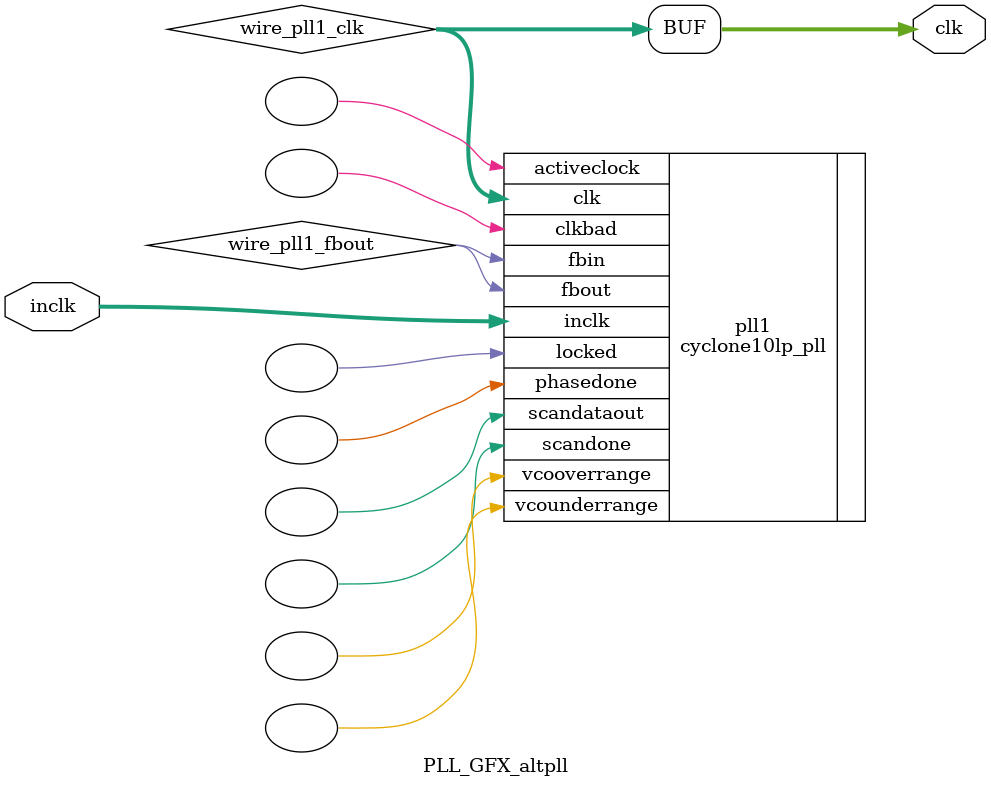
<source format=v>






//synthesis_resources = cyclone10lp_pll 1 
//synopsys translate_off
`timescale 1 ps / 1 ps
//synopsys translate_on
module  PLL_GFX_altpll
	( 
	clk,
	inclk) /* synthesis synthesis_clearbox=1 */;
	output   [4:0]  clk;
	input   [1:0]  inclk;
`ifndef ALTERA_RESERVED_QIS
// synopsys translate_off
`endif
	tri0   [1:0]  inclk;
`ifndef ALTERA_RESERVED_QIS
// synopsys translate_on
`endif

	wire  [4:0]   wire_pll1_clk;
	wire  wire_pll1_fbout;

	cyclone10lp_pll   pll1
	( 
	.activeclock(),
	.clk(wire_pll1_clk),
	.clkbad(),
	.fbin(wire_pll1_fbout),
	.fbout(wire_pll1_fbout),
	.inclk(inclk),
	.locked(),
	.phasedone(),
	.scandataout(),
	.scandone(),
	.vcooverrange(),
	.vcounderrange()
	`ifndef FORMAL_VERIFICATION
	// synopsys translate_off
	`endif
	,
	.areset(1'b0),
	.clkswitch(1'b0),
	.configupdate(1'b0),
	.pfdena(1'b1),
	.phasecounterselect({3{1'b0}}),
	.phasestep(1'b0),
	.phaseupdown(1'b0),
	.scanclk(1'b0),
	.scanclkena(1'b1),
	.scandata(1'b0)
	`ifndef FORMAL_VERIFICATION
	// synopsys translate_on
	`endif
	);
	defparam
		pll1.bandwidth_type = "auto",
		pll1.clk0_divide_by = 2,
		pll1.clk0_duty_cycle = 50,
		pll1.clk0_multiply_by = 1,
		pll1.clk0_phase_shift = "0",
		pll1.clk1_divide_by = 1,
		pll1.clk1_duty_cycle = 50,
		pll1.clk1_multiply_by = 5,
		pll1.clk1_phase_shift = "0",
		pll1.clk2_divide_by = 1,
		pll1.clk2_duty_cycle = 50,
		pll1.clk2_multiply_by = 1,
		pll1.clk2_phase_shift = "0",
		pll1.clk3_divide_by = 1,
		pll1.clk3_duty_cycle = 50,
		pll1.clk3_multiply_by = 1,
		pll1.clk3_phase_shift = "0",
		pll1.compensate_clock = "clk0",
		pll1.inclk0_input_frequency = 20000,
		pll1.operation_mode = "normal",
		pll1.pll_type = "auto",
		pll1.lpm_type = "cyclone10lp_pll";
	assign
		clk = {wire_pll1_clk[4:0]};
endmodule //PLL_GFX_altpll
//VALID FILE

</source>
